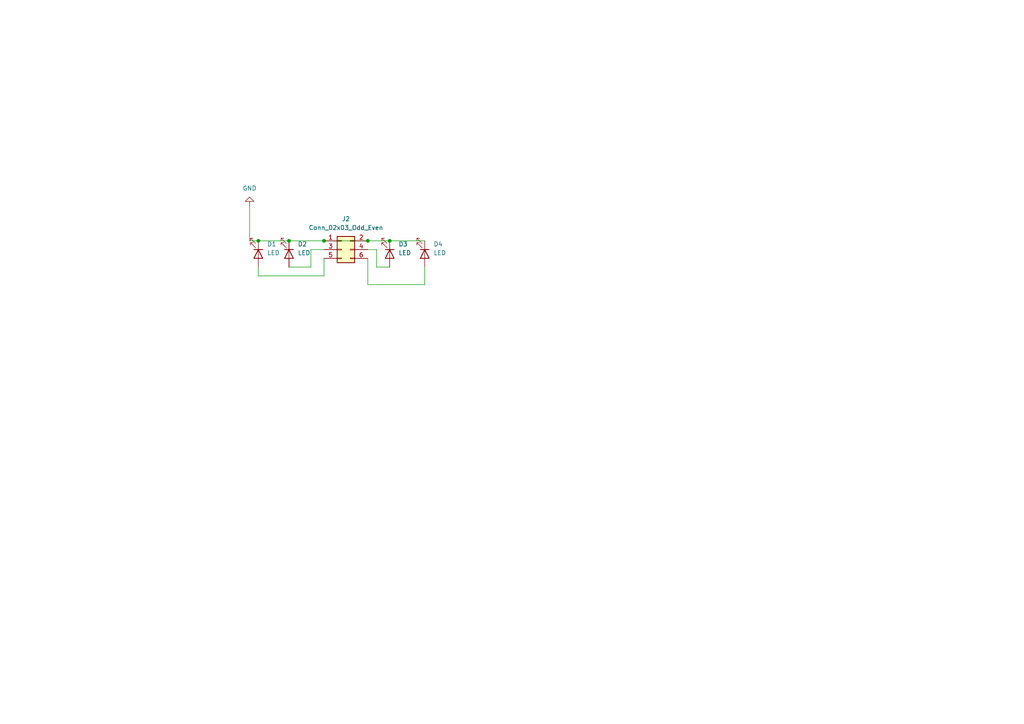
<source format=kicad_sch>
(kicad_sch (version 20231120) (generator "eeschema") (generator_version "8.0")
  (paper "A4")
  (lib_symbols
    (symbol "Connector_Generic:Conn_02x03_Odd_Even" (pin_names (offset 1.016) hide)
      (property "Reference" "J" (at 1.27 5.08 0))
      (property "Value" "Conn_02x03_Odd_Even" (at 1.27 -5.08 0))
      (symbol "Conn_02x03_Odd_Even_1_1"
        (rectangle (start -1.27 -2.413) (end 0 -2.667) (stroke (width 0.1524)))
        (rectangle (start -1.27 0.127) (end 0 -0.127) (stroke (width 0.1524)))
        (rectangle (start -1.27 2.667) (end 0 2.413) (stroke (width 0.1524)))
        (rectangle (start -1.27 3.81) (end 3.81 -3.81) (stroke (width 0.254)) (fill (type background)))
        (rectangle (start 3.81 -2.413) (end 2.54 -2.667) (stroke (width 0.1524)))
        (rectangle (start 3.81 0.127) (end 2.54 -0.127) (stroke (width 0.1524)))
        (rectangle (start 3.81 2.667) (end 2.54 2.413) (stroke (width 0.1524)))
        (pin passive line (at -5.08 2.54 0) (length 3.81) (name "Pin_1") (number "1"))
        (pin passive line (at 7.62 2.54 180) (length 3.81) (name "Pin_2") (number "2"))
        (pin passive line (at -5.08 0 0) (length 3.81) (name "Pin_3") (number "3"))
        (pin passive line (at 7.62 0 180) (length 3.81) (name "Pin_4") (number "4"))
        (pin passive line (at -5.08 -2.54 0) (length 3.81) (name "Pin_5") (number "5"))
        (pin passive line (at 7.62 -2.54 180) (length 3.81) (name "Pin_6") (number "6"))
      )
    )
    (symbol "Device:LED" (pin_numbers hide) (pin_names (offset 1.016) hide)
      (property "Reference" "D" (at 0 2.54 0))
      (property "Value" "LED" (at 0 -2.54 0))
      (symbol "LED_0_1"
        (polyline (pts (xy -1.27 -1.27) (xy -1.27 1.27)) (stroke (width 0.254)))
        (polyline (pts (xy -1.27 0) (xy 1.27 0)))
        (polyline (pts (xy 1.27 -1.27) (xy 1.27 1.27) (xy -1.27 0) (xy 1.27 -1.27)) (stroke (width 0.254)))
        (polyline (pts (xy -3.048 -0.762) (xy -4.572 -2.286) (xy -3.81 -2.286) (xy -4.572 -2.286) (xy -4.572 -1.524)))
        (polyline (pts (xy -1.778 -0.762) (xy -3.302 -2.286) (xy -2.54 -2.286) (xy -3.302 -2.286) (xy -3.302 -1.524)))
      )
      (symbol "LED_1_1"
        (pin passive line (at -3.81 0 0) (length 2.54) (name "K") (number "1"))
        (pin passive line (at 3.81 0 180) (length 2.54) (name "A") (number "2"))
      )
    )
    (symbol "power:GND" (power) (pin_numbers hide) (pin_names (offset 0) hide)
      (property "Value" "GND" (at 0 -3.81 0))
      (symbol "GND_0_1"
        (polyline (pts (xy 0 0) (xy 0 -1.27) (xy 1.27 -1.27) (xy 0 -2.54) (xy -1.27 -1.27) (xy 0 -1.27)))
      )
      (symbol "GND_1_1"
        (pin power_in line (at 0 0 270) (length 0) (name "~") (number "1"))
      )
    )
  )
  (junction (at 74.93 69.85))
  (junction (at 83.82 69.85))
  (junction (at 93.98 69.85))
  (junction (at 113.03 69.85))
  (junction (at 106.68 69.85))
  (wire (pts (xy 109.22 77.47) (xy 113.03 77.47)))
  (wire (pts (xy 72.39 59.69) (xy 72.39 69.85)))
  (wire (pts (xy 74.93 69.85) (xy 83.82 69.85)))
  (wire (pts (xy 74.93 80.01) (xy 93.98 80.01)))
  (wire (pts (xy 90.17 77.47) (xy 83.82 77.47)))
  (wire (pts (xy 106.68 74.93) (xy 106.68 82.55)))
  (wire (pts (xy 109.22 72.39) (xy 109.22 77.47)))
  (wire (pts (xy 93.98 69.85) (xy 106.68 69.85)))
  (wire (pts (xy 106.68 82.55) (xy 123.19 82.55)))
  (wire (pts (xy 106.68 69.85) (xy 113.03 69.85)))
  (wire (pts (xy 83.82 69.85) (xy 93.98 69.85)))
  (wire (pts (xy 90.17 72.39) (xy 90.17 77.47)))
  (wire (pts (xy 74.93 77.47) (xy 74.93 80.01)))
  (wire (pts (xy 113.03 69.85) (xy 123.19 69.85)))
  (wire (pts (xy 93.98 72.39) (xy 90.17 72.39)))
  (wire (pts (xy 106.68 72.39) (xy 109.22 72.39)))
  (wire (pts (xy 93.98 80.01) (xy 93.98 74.93)))
  (wire (pts (xy 123.19 77.47) (xy 123.19 82.55)))
  (wire (pts (xy 72.39 69.85) (xy 74.93 69.85)))
  (symbol (lib_id "Connector_Generic:Conn_02x03_Odd_Even") (at 99.06 72.39 0) (unit 1)
    (property "Reference" "J2" (at 100.33 63.5 0))
    (property "Value" "Conn_02x03_Odd_Even" (at 100.33 66.04 0))
    (property "Footprint" "Connector_PinHeader_2.54mm:PinHeader_2x03_P2.54mm_Vertical" (effects (hide yes)))
    (property "Description" "Generic connector, double row, 02x03, odd/even pin numbering scheme (row 1 odd numbers, row 2 even numbers), script generated (kicad-library-utils/schlib/autogen/connector/)" (effects (hide yes)))
  )
  (symbol (lib_id "Device:LED") (at 74.93 73.66 270) (unit 1)
    (property "Reference" "D1" (at 77.47 70.8024 90) (effects (justify left)))
    (property "Value" "LED" (at 77.47 73.3424 90) (effects (justify left)))
    (property "Footprint" "lab:big_led" (effects (hide yes)))
    (property "Description" "Light emitting diode" (effects (hide yes)))
  )
  (symbol (lib_id "Device:LED") (at 123.19 73.66 270) (unit 1)
    (property "Reference" "D4" (at 125.73 70.8024 90) (effects (justify left)))
    (property "Value" "LED" (at 125.73 73.3424 90) (effects (justify left)))
    (property "Footprint" "lab:big_led" (effects (hide yes)))
    (property "Description" "Light emitting diode" (effects (hide yes)))
  )
  (symbol (lib_id "Device:LED") (at 113.03 73.66 270) (unit 1)
    (property "Reference" "D3" (at 115.57 70.8024 90) (effects (justify left)))
    (property "Value" "LED" (at 115.57 73.3424 90) (effects (justify left)))
    (property "Footprint" "lab:big_led" (effects (hide yes)))
    (property "Description" "Light emitting diode" (effects (hide yes)))
  )
  (symbol (lib_id "power:GND") (at 72.39 59.69 180) (unit 1)
    (property "Reference" "#PWR01" (effects (hide yes)))
    (property "Value" "GND" (at 72.39 54.61 0))
    (property "Description" "Power symbol creates a global label with name \"GND\" , ground" (effects (hide yes)))
  )
  (symbol (lib_id "Device:LED") (at 83.82 73.66 270) (unit 1)
    (property "Reference" "D2" (at 86.36 70.8024 90) (effects (justify left)))
    (property "Value" "LED" (at 86.36 73.3424 90) (effects (justify left)))
    (property "Footprint" "lab:big_led" (effects (hide yes)))
    (property "Description" "Light emitting diode" (effects (hide yes)))
  )
)
</source>
